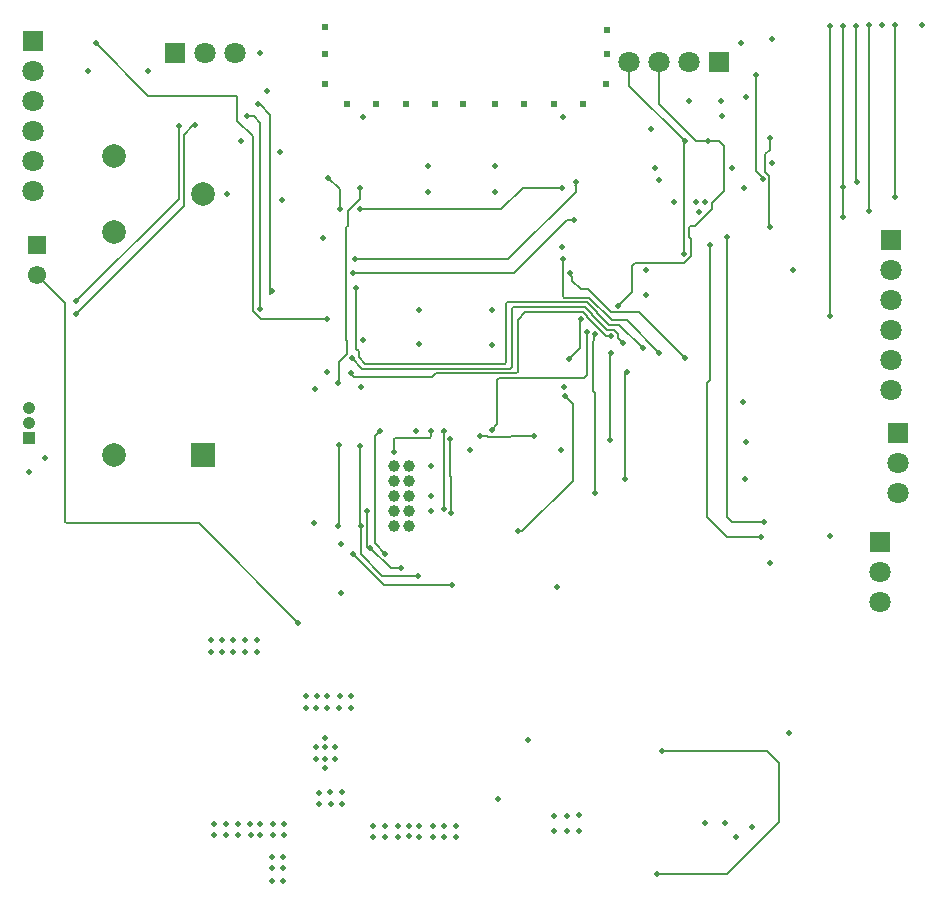
<source format=gbl>
G04*
G04 #@! TF.GenerationSoftware,Altium Limited,Altium Designer,21.1.1 (26)*
G04*
G04 Layer_Physical_Order=4*
G04 Layer_Color=16711680*
%FSLAX25Y25*%
%MOIN*%
G70*
G04*
G04 #@! TF.SameCoordinates,C68D4824-2329-4DC3-A8B2-0020690D2EBA*
G04*
G04*
G04 #@! TF.FilePolarity,Positive*
G04*
G01*
G75*
%ADD16C,0.00800*%
%ADD27R,0.07874X0.07874*%
%ADD98C,0.07874*%
%ADD102C,0.02000*%
%ADD106C,0.04134*%
%ADD107R,0.07087X0.07087*%
%ADD108C,0.07087*%
%ADD109C,0.03960*%
%ADD110R,0.07087X0.07087*%
%ADD111C,0.06102*%
%ADD112R,0.06102X0.06102*%
%ADD113R,0.04134X0.04134*%
%ADD114C,0.02400*%
D16*
X221800Y-285500D02*
X221900D01*
X223138Y-244391D02*
X258191D01*
X262200Y-248400D01*
X221900Y-285500D02*
X244900D01*
X221700Y-285600D02*
X221800Y-285500D01*
X244900D02*
X262200Y-268200D01*
Y-248400D01*
X115400Y-122000D02*
X115500Y-121900D01*
Y-114873D01*
X118200Y-112173D01*
Y-107677D01*
X118100Y-70000D02*
X118600Y-69500D01*
X118100Y-107577D02*
Y-70000D01*
Y-107577D02*
X118200Y-107677D01*
X118600Y-64606D02*
X122617Y-60589D01*
X118600Y-69500D02*
Y-64606D01*
X122617Y-60589D02*
Y-56712D01*
X119819Y-113665D02*
X123204Y-117050D01*
X120823Y-80594D02*
X172054D01*
X123204Y-117050D02*
X172760D01*
X122279Y-113311D02*
X124418Y-115450D01*
X170791D01*
X122279Y-113311D02*
Y-111293D01*
X170791Y-115450D02*
X171260Y-114982D01*
Y-95449D01*
X86900Y-97805D02*
X89476Y-100380D01*
X111732D01*
X111931Y-53385D02*
X115800Y-57254D01*
Y-63700D02*
Y-57254D01*
X121381Y-110396D02*
Y-99617D01*
X121428Y-99569D02*
Y-90043D01*
X121381Y-99617D02*
X121428Y-99569D01*
X121381Y-110396D02*
X122279Y-111293D01*
X86900Y-97805D02*
Y-39600D01*
X92700Y-92300D02*
Y-91041D01*
X93170D01*
X92700D02*
Y-32400D01*
X89181Y-28881D02*
X92700Y-32400D01*
X89370Y-97163D02*
Y-35070D01*
X81231Y-26100D02*
X81700Y-26569D01*
Y-34400D02*
Y-26569D01*
Y-34400D02*
X86900Y-39600D01*
X52100Y-26100D02*
X81231D01*
X87300Y-33000D02*
X89370Y-35070D01*
X85100Y-33000D02*
X87300D01*
X34600Y-8600D02*
X52100Y-26100D01*
X62300Y-36300D02*
X62400Y-36200D01*
X62300Y-60400D02*
Y-36300D01*
X67100Y-36000D02*
X67700D01*
X63900Y-39200D02*
X67100Y-36000D01*
X283656Y-66600D02*
X283700Y-66556D01*
Y-56600D01*
X222400Y-29000D02*
Y-14750D01*
Y-29000D02*
X234500Y-41100D01*
X212400Y-22700D02*
X230800Y-41100D01*
X212400Y-22700D02*
Y-14750D01*
X172796Y-139534D02*
X180590D01*
X172599Y-139731D02*
X172796Y-139534D01*
X165359Y-139731D02*
X172599D01*
X162600Y-139534D02*
X165162D01*
X166539Y-137531D02*
X168438Y-135632D01*
X166455Y-137531D02*
X166539D01*
X165162Y-139534D02*
X165359Y-139731D01*
X168438Y-135632D02*
Y-120719D01*
X168907Y-120250D01*
X197344D01*
X24400Y-168170D02*
Y-95266D01*
Y-168170D02*
X24869Y-168639D01*
X14961Y-85827D02*
X24400Y-95266D01*
X24869Y-168639D02*
X68839D01*
X102000Y-201800D01*
X122816Y-178953D02*
X129963Y-186100D01*
X141900D01*
X120300Y-178700D02*
X130700Y-189100D01*
X153400D01*
X122617Y-63700D02*
X122817Y-63900D01*
X169700D01*
X172054Y-80594D02*
X194583Y-58066D01*
X173890Y-85319D02*
X191651Y-67558D01*
X120219Y-85319D02*
X173890D01*
X119760Y-118995D02*
Y-118114D01*
X120130Y-119531D02*
X120598Y-120000D01*
X146653D01*
X119760Y-118995D02*
X120130Y-119365D01*
Y-119531D02*
Y-119365D01*
X146653Y-120000D02*
X148003Y-118650D01*
X174728D01*
X175197Y-118182D01*
Y-100862D01*
X173228Y-116582D02*
Y-97049D01*
X172760Y-117050D02*
X173228Y-116582D01*
X197344Y-120250D02*
X198293Y-119301D01*
X190982Y-126184D02*
X193507Y-128709D01*
Y-154415D02*
Y-128709D01*
X176767Y-171156D02*
X193507Y-154415D01*
X175300Y-171200D02*
X175344Y-171156D01*
X176767D01*
X193212Y-87726D02*
Y-86401D01*
X190724Y-93380D02*
X199099D01*
X192455Y-85644D02*
X193212Y-86401D01*
X192455Y-85644D02*
Y-85319D01*
X190255Y-92911D02*
Y-80594D01*
Y-92911D02*
X190724Y-93380D01*
X193212Y-87726D02*
X196131Y-90645D01*
X198627D01*
X196093Y-110040D02*
Y-100486D01*
X192383Y-113750D02*
X196093Y-110040D01*
X122617Y-142727D02*
X122716Y-142826D01*
X150600Y-139515D02*
Y-137700D01*
X133795Y-140549D02*
X134264Y-140080D01*
X145791D02*
X146260Y-139611D01*
X127611Y-139615D02*
X129347Y-137880D01*
X134264Y-140080D02*
X145791D01*
X146260Y-139611D02*
Y-137880D01*
X150500Y-139615D02*
X150600Y-139515D01*
X133795Y-144695D02*
Y-140549D01*
X150115Y-138185D02*
X150600Y-137700D01*
X115510Y-169290D02*
Y-142408D01*
X127611Y-175211D02*
Y-139615D01*
X122716Y-169281D02*
Y-142826D01*
X150500Y-151438D02*
Y-139615D01*
X152700Y-152817D02*
Y-140527D01*
Y-152817D02*
X153065Y-153182D01*
Y-165243D02*
Y-153182D01*
X132809Y-183600D02*
X136400D01*
X125016Y-176431D02*
Y-164380D01*
X122716Y-169281D02*
X122816Y-169380D01*
X115200Y-169600D02*
X115510Y-169290D01*
X122816Y-178953D02*
Y-169380D01*
X125785Y-176900D02*
X126109D01*
X125316Y-176431D02*
X125785Y-176900D01*
X127611Y-175211D02*
X131100Y-178700D01*
X126109Y-176900D02*
X132809Y-183600D01*
X125016Y-176431D02*
X125316D01*
X150500Y-151438D02*
X150600Y-151538D01*
Y-163915D02*
Y-151538D01*
X191651Y-67558D02*
X194115D01*
X198627Y-90645D02*
X206282Y-98300D01*
X245021Y-166631D02*
X246689Y-168300D01*
X257200D01*
X245021Y-166631D02*
Y-73261D01*
X239222Y-120902D02*
Y-76000D01*
X238250Y-166451D02*
Y-121874D01*
X239222Y-120902D01*
X233000Y-79454D02*
Y-73890D01*
X230723Y-81731D02*
X233000Y-79454D01*
X230630Y-78713D02*
Y-41270D01*
X214407Y-81731D02*
X230723D01*
X230461Y-78882D02*
X230630Y-78713D01*
X238250Y-166451D02*
X245100Y-173300D01*
X256300D01*
X176888Y-56712D02*
X189927D01*
X194583Y-58066D02*
Y-55997D01*
X169700Y-63900D02*
X176888Y-56712D01*
X194398Y-55812D02*
X194583Y-55997D01*
X230630Y-41270D02*
X230800Y-41100D01*
X239900Y-63828D02*
Y-61817D01*
X234228Y-69500D02*
X239900Y-63828D01*
X232400Y-73290D02*
Y-69969D01*
Y-73290D02*
X233000Y-73890D01*
X232400Y-69969D02*
X232869Y-69500D01*
X234228D01*
X213265Y-82874D02*
X214407Y-81731D01*
X213265Y-91497D02*
Y-82874D01*
X259000Y-69769D02*
X259200Y-69969D01*
X259000Y-69769D02*
Y-52789D01*
X238531Y-41100D02*
X242200D01*
X234500D02*
X238531D01*
X239900Y-61817D02*
X244000Y-57717D01*
Y-42900D01*
X242200Y-41100D02*
X244000Y-42900D01*
X257636Y-51424D02*
Y-45642D01*
X259200Y-44078D01*
Y-40100D01*
X256800Y-53700D02*
Y-53437D01*
X257636Y-51424D02*
X259000Y-52789D01*
X254500Y-51137D02*
X256800Y-53437D01*
X254500Y-51137D02*
Y-19100D01*
X63900Y-62900D02*
Y-39200D01*
X27800Y-99000D02*
X63900Y-62900D01*
X208661Y-96100D02*
X213265Y-91497D01*
X28100Y-94600D02*
X62300Y-60400D01*
X210900Y-118688D02*
X211478Y-118110D01*
X210900Y-153925D02*
Y-118688D01*
X206100Y-111921D02*
X206221Y-111800D01*
X206100Y-140700D02*
Y-111921D01*
X200164Y-124367D02*
X201062Y-125265D01*
Y-158400D02*
Y-125265D01*
X177759Y-98300D02*
X194951D01*
X195071Y-98180D01*
X175197Y-100862D02*
X177759Y-98300D01*
X195071Y-98180D02*
X197111D01*
X173697Y-96580D02*
X194408D01*
X173228Y-97049D02*
X173697Y-96580D01*
X194408D02*
X194408Y-96580D01*
X197774D01*
X171729Y-94980D02*
X191585D01*
X191585Y-94980D01*
X171260Y-95449D02*
X171729Y-94980D01*
X191585Y-94980D02*
X198436D01*
X200744Y-107610D02*
Y-105819D01*
X200164Y-124367D02*
Y-108190D01*
X198293Y-119301D02*
Y-104780D01*
X200164Y-108190D02*
X200744Y-107610D01*
Y-105819D02*
X200974Y-105590D01*
X197774Y-96580D02*
X199999Y-98806D01*
X198399Y-99904D02*
X204544Y-106048D01*
X199999Y-99241D02*
X204836Y-104078D01*
X201600Y-98579D02*
Y-98143D01*
X199999Y-99241D02*
Y-98806D01*
X199099Y-93380D02*
X206597Y-100878D01*
X211478D01*
X198436Y-94980D02*
X201600Y-98143D01*
X206282Y-98300D02*
X215720D01*
X196093Y-100486D02*
X196200Y-100380D01*
X201600Y-98579D02*
X205499Y-102478D01*
X198399Y-99904D02*
Y-99469D01*
X197111Y-98180D02*
X198399Y-99469D01*
X206221Y-106048D02*
X206450Y-106278D01*
X204836Y-104078D02*
X207362D01*
X204544Y-106048D02*
X206221D01*
X205499Y-102478D02*
X209078D01*
X207362Y-104078D02*
X208782Y-105498D01*
Y-106828D02*
Y-105498D01*
X211478Y-100878D02*
X222400Y-111800D01*
X209078Y-102478D02*
X216800Y-110200D01*
X208782Y-106828D02*
X210431Y-108478D01*
X215720Y-98300D02*
X231020Y-113600D01*
X209789Y-13780D02*
X210258Y-14248D01*
X88519Y-28881D02*
X89181D01*
X88500Y-28900D02*
X88519Y-28881D01*
X288069Y-54669D02*
X288200Y-54800D01*
X287938Y-2977D02*
X288069Y-3108D01*
Y-54669D02*
Y-3108D01*
X283656Y-56556D02*
X283700Y-56600D01*
X283656Y-56556D02*
Y-2740D01*
X279200Y-99400D02*
Y-2900D01*
X300900Y-59900D02*
Y-2400D01*
X292294Y-64556D02*
X292305Y-64567D01*
X292294Y-64556D02*
Y-2610D01*
X292284Y-2600D02*
X292294Y-2610D01*
D27*
X70394Y-145866D02*
D03*
D98*
X40630Y-71457D02*
D03*
Y-46260D02*
D03*
X70394Y-58858D02*
D03*
X40630Y-145866D02*
D03*
D102*
X188300Y-189965D02*
D03*
X259200Y-182000D02*
D03*
X28100Y-94600D02*
D03*
X223138Y-244391D02*
D03*
X221700Y-285600D02*
D03*
X115400Y-122000D02*
D03*
X120823Y-80594D02*
D03*
X119819Y-113665D02*
D03*
X122617Y-56712D02*
D03*
X110236Y-73541D02*
D03*
X111732Y-100380D02*
D03*
X115800Y-63700D02*
D03*
X93170Y-91041D02*
D03*
X89370Y-97163D02*
D03*
X85100Y-33000D02*
D03*
X62400Y-36200D02*
D03*
X67700Y-36000D02*
D03*
X111732Y-118110D02*
D03*
X247796Y-273254D02*
D03*
X34600Y-8600D02*
D03*
X244201Y-268553D02*
D03*
X237709D02*
D03*
X123581Y-107677D02*
D03*
X283656Y-66600D02*
D03*
X195500Y-271272D02*
D03*
X191453D02*
D03*
X187400Y-271360D02*
D03*
X191453Y-266126D02*
D03*
X195500Y-265967D02*
D03*
X187400Y-266056D02*
D03*
X265700Y-238635D02*
D03*
X190255Y-80594D02*
D03*
X162600Y-139534D02*
D03*
X167501Y-58073D02*
D03*
X239222Y-76000D02*
D03*
X190081Y-76418D02*
D03*
X167501Y-49394D02*
D03*
X166455Y-97646D02*
D03*
X129347Y-137880D02*
D03*
X206221Y-111800D02*
D03*
X190255Y-33350D02*
D03*
X192455Y-85319D02*
D03*
X245021Y-73261D02*
D03*
X122617Y-63700D02*
D03*
X211478Y-118110D02*
D03*
X190982Y-126184D02*
D03*
X145400Y-49394D02*
D03*
X122862Y-123114D02*
D03*
X145400Y-58126D02*
D03*
X142337Y-108817D02*
D03*
X166455Y-109091D02*
D03*
X142337Y-97646D02*
D03*
X150600Y-137700D02*
D03*
X122617Y-142727D02*
D03*
X192383Y-113750D02*
D03*
X141276Y-137880D02*
D03*
X190748Y-123114D02*
D03*
X166455Y-137531D02*
D03*
X146260Y-137880D02*
D03*
X152700Y-140527D02*
D03*
X119619Y-118530D02*
D03*
X121428Y-90043D02*
D03*
X120300Y-85319D02*
D03*
X123581Y-33350D02*
D03*
X232400Y-27800D02*
D03*
X292284Y-2600D02*
D03*
X259836Y-7291D02*
D03*
X279200Y-2900D02*
D03*
X300900Y-2400D02*
D03*
X259836Y-48384D02*
D03*
X287938Y-2977D02*
D03*
X309828Y-2362D02*
D03*
X283656Y-2740D02*
D03*
X296500Y-2500D02*
D03*
X88446Y-211503D02*
D03*
X84244Y-211427D02*
D03*
X80437D02*
D03*
X76753Y-211503D02*
D03*
X72890D02*
D03*
X88446Y-207386D02*
D03*
X84244D02*
D03*
X80437D02*
D03*
X76753Y-207588D02*
D03*
X72890D02*
D03*
X17672Y-146850D02*
D03*
X189498Y-144295D02*
D03*
X102000Y-201800D02*
D03*
X180590Y-139534D02*
D03*
X159200Y-144295D02*
D03*
X125016Y-164380D02*
D03*
X115200Y-169600D02*
D03*
X120300Y-178700D02*
D03*
X122816Y-169380D02*
D03*
X126109Y-176900D02*
D03*
X107419Y-168639D02*
D03*
X116433Y-175531D02*
D03*
X153065Y-165243D02*
D03*
X136400Y-183600D02*
D03*
X175300Y-171200D02*
D03*
X153400Y-189100D02*
D03*
X141900Y-186100D02*
D03*
X146260Y-164380D02*
D03*
X150600Y-163915D02*
D03*
X131100Y-178700D02*
D03*
X115510Y-142408D02*
D03*
X146260Y-159380D02*
D03*
X107480Y-124016D02*
D03*
X133795Y-144695D02*
D03*
X146260Y-149380D02*
D03*
X116433Y-191869D02*
D03*
X178594Y-241003D02*
D03*
X168737Y-260655D02*
D03*
X154648Y-273254D02*
D03*
X154476Y-269650D02*
D03*
X150546D02*
D03*
X142237D02*
D03*
X138936D02*
D03*
Y-272807D02*
D03*
X146913Y-273254D02*
D03*
X142237D02*
D03*
X135250D02*
D03*
Y-269650D02*
D03*
X146913D02*
D03*
X130956Y-273254D02*
D03*
Y-269650D02*
D03*
X150476Y-273254D02*
D03*
X119537Y-230261D02*
D03*
X115670D02*
D03*
X115813Y-226250D02*
D03*
X119537D02*
D03*
X111726D02*
D03*
X108121D02*
D03*
X108023Y-230261D02*
D03*
X111649D02*
D03*
X104578Y-226250D02*
D03*
Y-230261D02*
D03*
X127037Y-269650D02*
D03*
Y-273254D02*
D03*
X116637Y-258250D02*
D03*
Y-262150D02*
D03*
X112899Y-262307D02*
D03*
X112696Y-258323D02*
D03*
X108984Y-258526D02*
D03*
X108822Y-262250D02*
D03*
X111074Y-250151D02*
D03*
X114125Y-247198D02*
D03*
X111074D02*
D03*
X108023D02*
D03*
X114125Y-243064D02*
D03*
X111074D02*
D03*
X108023D02*
D03*
X111074Y-240111D02*
D03*
X97306Y-268866D02*
D03*
Y-272450D02*
D03*
X93592D02*
D03*
X93499Y-268796D02*
D03*
X89446Y-268966D02*
D03*
Y-272450D02*
D03*
X86177D02*
D03*
X85987Y-268966D02*
D03*
X82037Y-268866D02*
D03*
Y-272450D02*
D03*
X77955Y-268966D02*
D03*
Y-272450D02*
D03*
X73985Y-268966D02*
D03*
X73937Y-272450D02*
D03*
X279200Y-173000D02*
D03*
X257200Y-168300D02*
D03*
X250139Y-128134D02*
D03*
X251043Y-153925D02*
D03*
X251211Y-141520D02*
D03*
X230461Y-78882D02*
D03*
X256300Y-173300D02*
D03*
X189927Y-56712D02*
D03*
X193879Y-67558D02*
D03*
X234500Y-61417D02*
D03*
X235600Y-65017D02*
D03*
X217915Y-84095D02*
D03*
X194598Y-54847D02*
D03*
X259200Y-69969D02*
D03*
X227165Y-61417D02*
D03*
X219700Y-37300D02*
D03*
X222400Y-54134D02*
D03*
X259200Y-40100D02*
D03*
X27800Y-99000D02*
D03*
X220889Y-50197D02*
D03*
X243200Y-32800D02*
D03*
X251200Y-26500D02*
D03*
X97068Y-288000D02*
D03*
Y-283633D02*
D03*
Y-279700D02*
D03*
X93400Y-288000D02*
D03*
X93355Y-283633D02*
D03*
X93400Y-279700D02*
D03*
X253400Y-269834D02*
D03*
X83100Y-41100D02*
D03*
X111931Y-53385D02*
D03*
X96765Y-61024D02*
D03*
X91600Y-24600D02*
D03*
X96100Y-44900D02*
D03*
X210900Y-153925D02*
D03*
X206100Y-140700D02*
D03*
X201062Y-158400D02*
D03*
X200974Y-105590D02*
D03*
X198293Y-104780D02*
D03*
X196200Y-100380D02*
D03*
X206450Y-106278D02*
D03*
X210431Y-108478D02*
D03*
X216800Y-110200D02*
D03*
X222400Y-111800D02*
D03*
X231020Y-113600D02*
D03*
X243100Y-27800D02*
D03*
X31890Y-17717D02*
D03*
X88500Y-28900D02*
D03*
X78400Y-58838D02*
D03*
X266900Y-84095D02*
D03*
X249606Y-8669D02*
D03*
X254500Y-19100D02*
D03*
X256800Y-53700D02*
D03*
X288200Y-54800D02*
D03*
X279200Y-99400D02*
D03*
X300900Y-59900D02*
D03*
X292305Y-64567D02*
D03*
X283700Y-56600D02*
D03*
X230800Y-41100D02*
D03*
X238531D02*
D03*
X237700Y-61417D02*
D03*
X208661Y-96100D02*
D03*
X217915Y-92439D02*
D03*
X246457Y-50197D02*
D03*
X250768Y-56712D02*
D03*
X89370Y-11811D02*
D03*
X51968Y-17717D02*
D03*
X12205Y-151575D02*
D03*
D106*
Y-130039D02*
D03*
Y-135039D02*
D03*
D107*
X301969Y-138425D02*
D03*
X299606Y-74094D02*
D03*
X296000Y-174900D02*
D03*
X13780Y-7874D02*
D03*
D108*
X301969Y-148425D02*
D03*
Y-158425D02*
D03*
X299606Y-94095D02*
D03*
Y-84095D02*
D03*
Y-104095D02*
D03*
Y-114094D02*
D03*
Y-124094D02*
D03*
X296000Y-194900D02*
D03*
Y-184900D02*
D03*
X70866Y-11811D02*
D03*
X80866D02*
D03*
X212400Y-14750D02*
D03*
X222400D02*
D03*
X232400D02*
D03*
X13780Y-57874D02*
D03*
Y-47874D02*
D03*
Y-37874D02*
D03*
Y-17874D02*
D03*
Y-27874D02*
D03*
D109*
X133795Y-149380D02*
D03*
X138795D02*
D03*
Y-159380D02*
D03*
Y-154380D02*
D03*
X133795Y-159380D02*
D03*
Y-154380D02*
D03*
Y-164380D02*
D03*
Y-169380D02*
D03*
X138795Y-164380D02*
D03*
Y-169380D02*
D03*
D110*
X60866Y-11811D02*
D03*
X242400Y-14750D02*
D03*
D111*
X14961Y-85827D02*
D03*
D112*
Y-75827D02*
D03*
D113*
X12205Y-140039D02*
D03*
D114*
X110800Y-3300D02*
D03*
X111100Y-12200D02*
D03*
Y-22085D02*
D03*
X118200Y-28900D02*
D03*
X128100D02*
D03*
X147557D02*
D03*
X138109D02*
D03*
X157006D02*
D03*
X167501D02*
D03*
X177300D02*
D03*
X187200D02*
D03*
X197100D02*
D03*
X204695Y-22085D02*
D03*
X204924Y-4200D02*
D03*
Y-12200D02*
D03*
M02*

</source>
